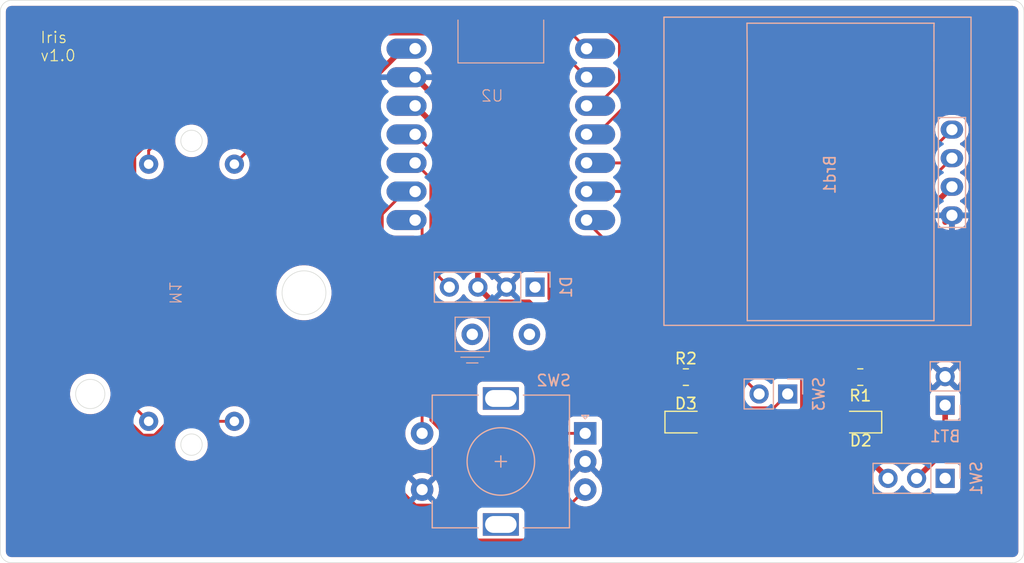
<source format=kicad_pcb>
(kicad_pcb (version 20241229) (generator "pcbnew") (generator_version "9.0")
  (layers (0 "F.Cu" signal) (2 "B.Cu" signal) (13 "F.Paste" user) (15 "B.Paste" user) (5 "F.SilkS" user "F.Silkscreen") (7 "B.SilkS" user "B.Silkscreen") (1 "F.Mask" user) (3 "B.Mask" user) (25 "Edge.Cuts" user))
  (net 0 "")
  (net 1 "Net-(Brd1-SDA)")
  (net 2 "GND")
  (net 3 "+3.3V")
  (net 4 "Net-(Brd1-SCL)")
  (net 6 "Net-(D3-A)")
  (net 7 "Net-(M1--)")
  (net 8 "Net-(SW3-B)")
  (net 10 "Net-(SW3-A)")
  (net 11 "Net-(D1-DIN)")
  (net 12 "Net-(D2-K)")
  (net 13 "Net-(U2-GPIO2_A1_D1)")
  (net 14 "Net-(U2-GPIO3_A2_D2)")
  (net 15 "Net-(U2-GPIO4_A3_D3)")
  (net 16 "Net-(U2-GPIO7_A8_D8_SCK)")
  (net 17 "Net-(U2-GPIO44_D7_RX)")
  (net 18 "Net-(U2-GPIO8_A9_D9_CIPO)")
  (net 21 "/BAT")
  (net 22 "/VCC")
  (footprint "Resistor_SMD:R_0805_2012Metric_Pad1.20x1.40mm_HandSolder" (layer "F.Cu") (at 196.95 80)
    (property "Reference" "R2" (at 0 -1.65 0) (layer "F.SilkS"))
    (property "Value" "85Ω")
    (fp_line (start -0.227064 -0.735) (end 0.227064 -0.735) (stroke (width 0.12)) (layer "F.SilkS"))
    (fp_line (start -0.227064 0.735) (end 0.227064 0.735) (stroke (width 0.12)) (layer "F.SilkS"))
    (pad "1" smd roundrect (at -1 0) (size 1.2 1.4) (layers "F.Cu" "F.Mask" "F.Paste") (roundrect_rratio 0.208333) (net 6 "Net-(D3-A)"))
    (pad "2" smd roundrect (at 1 0) (size 1.2 1.4) (layers "F.Cu" "F.Mask" "F.Paste") (roundrect_rratio 0.208333) (net 10 "Net-(SW3-A)"))
  )
  (footprint "Resistor_SMD:R_0805_2012Metric_Pad1.20x1.40mm_HandSolder" (layer "F.Cu") (at 212.455 80 180)
    (property "Reference" "R1" (at 0 -1.65 0) (layer "F.SilkS"))
    (property "Value" "85Ω")
    (fp_line (start -0.227064 0.735) (end 0.227064 0.735) (stroke (width 0.12)) (layer "F.SilkS"))
    (fp_line (start -0.227064 -0.735) (end 0.227064 -0.735) (stroke (width 0.12)) (layer "F.SilkS"))
    (pad "1" smd roundrect (at -1 0 180) (size 1.2 1.4) (layers "F.Cu" "F.Mask" "F.Paste") (roundrect_rratio 0.208333) (net 12 "Net-(D2-K)"))
    (pad "2" smd roundrect (at 1 0 180) (size 1.2 1.4) (layers "F.Cu" "F.Mask" "F.Paste") (roundrect_rratio 0.208333) (net 2 "GND"))
  )
  (footprint "LED_SMD:LED_0805_2012Metric_Pad1.15x1.40mm_HandSolder" (layer "F.Cu") (at 212.5 84 180)
    (property "Reference" "D2" (at 0 -1.65 0) (layer "F.SilkS"))
    (property "Value" "LED")
    (fp_line (start 1 -0.96) (end -1.86 -0.96) (stroke (width 0.12)) (layer "F.SilkS"))
    (fp_line (start -1.86 0.96) (end 1 0.96) (stroke (width 0.12)) (layer "F.SilkS"))
    (fp_line (start -1.86 -0.96) (end -1.86 0.96) (stroke (width 0.12)) (layer "F.SilkS"))
    (pad "1" smd roundrect (at -1.025 0 180) (size 1.15 1.4) (layers "F.Cu" "F.Mask" "F.Paste") (roundrect_rratio 0.217391) (net 12 "Net-(D2-K)"))
    (pad "2" smd roundrect (at 1.025 0 180) (size 1.15 1.4) (layers "F.Cu" "F.Mask" "F.Paste") (roundrect_rratio 0.217391) (net 22 "/VCC"))
  )
  (footprint "LED_SMD:LED_0805_2012Metric_Pad1.15x1.40mm_HandSolder" (layer "F.Cu") (at 196.95 84)
    (property "Reference" "D3" (at 0 -1.65 0) (layer "F.SilkS"))
    (property "Value" "LED")
    (fp_line (start -1.86 -0.96) (end -1.86 0.96) (stroke (width 0.12)) (layer "F.SilkS"))
    (fp_line (start -1.86 0.96) (end 1 0.96) (stroke (width 0.12)) (layer "F.SilkS"))
    (fp_line (start 1 -0.96) (end -1.86 -0.96) (stroke (width 0.12)) (layer "F.SilkS"))
    (pad "1" smd roundrect (at -1.025 0) (size 1.15 1.4) (layers "F.Cu" "F.Mask" "F.Paste") (roundrect_rratio 0.217391) (net 2 "GND"))
    (pad "2" smd roundrect (at 1.025 0) (size 1.15 1.4) (layers "F.Cu" "F.Mask" "F.Paste") (roundrect_rratio 0.217391) (net 6 "Net-(D3-A)"))
  )
  (footprint "SSD1306:128x64OLED" (layer "B.Cu") (at 210 62 90)
    (property "Reference" "Brd1" (at 0 -0.254 90) (layer "B.SilkS") (effects (justify mirror)))
    (property "Value" "SSD1306")
    (fp_line (start 14 -15) (end -13.4 -15) (stroke (width 0.12)) (layer "B.SilkS"))
    (fp_line (start -13.4 -15) (end -13.4 12.3) (stroke (width 0.12)) (layer "B.SilkS"))
    (fp_line (start 13.462 -7.62) (end 13.462 9.017) (stroke (width 0.12)) (layer "B.SilkS"))
    (fp_line (start 10.122 -7.595) (end 13.462 -7.62) (stroke (width 0.12)) (layer "B.SilkS"))
    (fp_line (start 10.122 -7.595) (end -12.978 -7.595) (stroke (width 0.12)) (layer "B.SilkS"))
    (fp_line (start -12.978 -7.595) (end -12.978 9.005) (stroke (width 0.12)) (layer "B.SilkS"))
    (fp_line (start 10.122 9.005) (end 13.208 9.005) (stroke (width 0.12)) (layer "B.SilkS"))
    (fp_line (start -12.978 9.005) (end 10.122 9.005) (stroke (width 0.12)) (layer "B.SilkS"))
    (fp_line (start 13.462 9.017) (end 13.208 9.005) (stroke (width 0.12)) (layer "B.SilkS"))
    (fp_line (start 5.08 9.398) (end -4.699 9.398) (stroke (width 0.12)) (layer "B.SilkS"))
    (fp_line (start 5.08 11.811) (end 5.08 9.398) (stroke (width 0.12)) (layer "B.SilkS"))
    (fp_line (start -4.699 11.811) (end -4.699 9.398) (stroke (width 0.12)) (layer "B.SilkS"))
    (fp_line (start -4.699 11.811) (end 5.08 11.811) (stroke (width 0.12)) (layer "B.SilkS"))
    (fp_line (start 14 12.3) (end 14 -15) (stroke (width 0.12)) (layer "B.SilkS"))
    (fp_line (start -13.4 12.3) (end 14 12.3) (stroke (width 0.12)) (layer "B.SilkS"))
    (pad "1" thru_hole oval (at -3.62 10.6) (size 2 1.6) (drill 1) (layers "*.Cu" "*.Mask") (net 2 "GND"))
    (pad "2" thru_hole oval (at -1.08 10.6) (size 2 1.6) (drill 1) (layers "*.Cu" "*.Mask") (net 3 "+3.3V"))
    (pad "3" thru_hole oval (at 1.46 10.6) (size 2 1.6) (drill 1) (layers "*.Cu" "*.Mask") (net 4 "Net-(Brd1-SCL)"))
    (pad "4" thru_hole oval (at 4 10.6) (size 2 1.6) (drill 1) (layers "*.Cu" "*.Mask") (net 1 "Net-(Brd1-SDA)"))
  )
  (footprint "Connector_PinSocket_2.54mm:PinSocket_1x02_P2.54mm_Vertical" (layer "B.Cu") (at 220 82.5)
    (property "Reference" "BT1" (at 0 2.77 0) (layer "B.SilkS") (effects (justify mirror)))
    (property "Value" "Battery_Cell")
    (fp_line (start -1.33 -3.87) (end 1.33 -3.87) (stroke (width 0.12)) (layer "B.SilkS"))
    (fp_line (start -1.33 -1.27) (end -1.33 -3.87) (stroke (width 0.12)) (layer "B.SilkS"))
    (fp_line (start -1.33 -1.27) (end 1.33 -1.27) (stroke (width 0.12)) (layer "B.SilkS"))
    (fp_line (start 0 1.33) (end 1.33 1.33) (stroke (width 0.12)) (layer "B.SilkS"))
    (fp_line (start 1.33 -1.27) (end 1.33 -3.87) (stroke (width 0.12)) (layer "B.SilkS"))
    (fp_line (start 1.33 1.33) (end 1.33 0) (stroke (width 0.12)) (layer "B.SilkS"))
    (pad "1" thru_hole rect (at 0 0) (size 1.7 1.7) (drill 1) (layers "*.Cu" "*.Mask") (net 21 "/BAT"))
    (pad "2" thru_hole circle (at 0 -2.54) (size 1.7 1.7) (drill 1) (layers "*.Cu" "*.Mask") (net 2 "GND"))
  )
  (footprint "Rotary_Encoder:RotaryEncoder_Alps_EC11E-Switch_Vertical_H20mm" (layer "B.Cu") (at 188 85 180)
    (property "Reference" "SW2" (at 2.8 4.7 0) (layer "B.SilkS") (effects (justify mirror)))
    (property "Value" "RotaryEncoder_Switch")
    (fp_line (start 13.6 3.4) (end 13.6 1) (stroke (width 0.12)) (layer "B.SilkS"))
    (fp_line (start 13.6 -1.2) (end 13.6 -3.8) (stroke (width 0.12)) (layer "B.SilkS"))
    (fp_line (start 13.6 -6) (end 13.6 -8.4) (stroke (width 0.12)) (layer "B.SilkS"))
    (fp_line (start 13.6 -8.4) (end 9.5 -8.4) (stroke (width 0.12)) (layer "B.SilkS"))
    (fp_line (start 9.5 3.4) (end 13.6 3.4) (stroke (width 0.12)) (layer "B.SilkS"))
    (fp_line (start 7.5 -2) (end 7.5 -3) (stroke (width 0.12)) (layer "B.SilkS"))
    (fp_line (start 7 -2.5) (end 8 -2.5) (stroke (width 0.12)) (layer "B.SilkS"))
    (fp_line (start 5.5 3.4) (end 1.4 3.4) (stroke (width 0.12)) (layer "B.SilkS"))
    (fp_line (start 5.5 -8.4) (end 1.4 -8.4) (stroke (width 0.12)) (layer "B.SilkS"))
    (fp_line (start 1.4 3.4) (end 1.4 -8.4) (stroke (width 0.12)) (layer "B.SilkS"))
    (fp_line (start 0.3 1.6) (end 0 1.3) (stroke (width 0.12)) (layer "B.SilkS"))
    (fp_line (start 0 1.3) (end -0.3 1.6) (stroke (width 0.12)) (layer "B.SilkS"))
    (fp_line (start -0.3 1.6) (end 0.3 1.6) (stroke (width 0.12)) (layer "B.SilkS"))
    (fp_circle (center 7.5 -2.5) (end 10.5 -2.5) (stroke (width 0.12)) (fill no) (layer "B.SilkS"))
    (pad "A" thru_hole rect (at 0 0 180) (size 2 2) (drill 1) (layers "*.Cu" "*.Mask") (net 18 "Net-(U2-GPIO8_A9_D9_CIPO)"))
    (pad "B" thru_hole circle (at 0 -5 180) (size 2 2) (drill 1) (layers "*.Cu" "*.Mask") (net 16 "Net-(U2-GPIO7_A8_D8_SCK)"))
    (pad "C" thru_hole circle (at 0 -2.5 180) (size 2 2) (drill 1) (layers "*.Cu" "*.Mask") (net 2 "GND"))
    (pad "MP" thru_hole rect (at 7.5 -8.1 180) (size 3.2 2) (drill oval 2.8 1.5) (layers "*.Cu" "*.Mask"))
    (pad "MP" thru_hole rect (at 7.5 3.1 180) (size 3.2 2) (drill oval 2.8 1.5) (layers "*.Cu" "*.Mask"))
    (pad "S1" thru_hole circle (at 14.5 -5 180) (size 2 2) (drill 1) (layers "*.Cu" "*.Mask") (net 2 "GND"))
    (pad "S2" thru_hole circle (at 14.5 0 180) (size 2 2) (drill 1) (layers "*.Cu" "*.Mask") (net 17 "Net-(U2-GPIO44_D7_RX)"))
  )
  (footprint "Connector_PinSocket_2.54mm:PinSocket_1x03_P2.54mm_Vertical" (layer "B.Cu") (at 220 89 90)
    (property "Reference" "SW1" (at 0 2.77 90) (layer "B.SilkS") (effects (justify mirror)))
    (property "Value" "SW_SPDT")
    (fp_line (start -1.33 -6.41) (end 1.33 -6.41) (stroke (width 0.12)) (layer "B.SilkS"))
    (fp_line (start 1.33 -1.27) (end 1.33 -6.41) (stroke (width 0.12)) (layer "B.SilkS"))
    (fp_line (start -1.33 -1.27) (end -1.33 -6.41) (stroke (width 0.12)) (layer "B.SilkS"))
    (fp_line (start -1.33 -1.27) (end 1.33 -1.27) (stroke (width 0.12)) (layer "B.SilkS"))
    (fp_line (start 1.33 1.33) (end 1.33 0) (stroke (width 0.12)) (layer "B.SilkS"))
    (fp_line (start 0 1.33) (end 1.33 1.33) (stroke (width 0.12)) (layer "B.SilkS"))
    (pad "1" thru_hole rect (at 0 0 90) (size 1.7 1.7) (drill 1) (layers "*.Cu" "*.Mask"))
    (pad "2" thru_hole circle (at 0 -2.54 90) (size 1.7 1.7) (drill 1) (layers "*.Cu" "*.Mask") (net 21 "/BAT"))
    (pad "3" thru_hole circle (at 0 -5.08 90) (size 1.7 1.7) (drill 1) (layers "*.Cu" "*.Mask") (net 22 "/VCC"))
  )
  (footprint "Connector_PinSocket_2.54mm:PinSocket_1x04_P2.54mm_Vertical" (layer "B.Cu") (at 183.54 72 90)
    (property "Reference" "D1" (at 0 2.77 90) (layer "B.SilkS") (effects (justify mirror)))
    (property "Value" "NeoPixel_THT")
    (fp_line (start -1.33 -8.95) (end 1.33 -8.95) (stroke (width 0.12)) (layer "B.SilkS"))
    (fp_line (start 1.33 -1.27) (end 1.33 -8.95) (stroke (width 0.12)) (layer "B.SilkS"))
    (fp_line (start -1.33 -1.27) (end -1.33 -8.95) (stroke (width 0.12)) (layer "B.SilkS"))
    (fp_line (start -1.33 -1.27) (end 1.33 -1.27) (stroke (width 0.12)) (layer "B.SilkS"))
    (fp_line (start 1.33 1.33) (end 1.33 0) (stroke (width 0.12)) (layer "B.SilkS"))
    (fp_line (start 0 1.33) (end 1.33 1.33) (stroke (width 0.12)) (layer "B.SilkS"))
    (pad "1" thru_hole rect (at 0 0 90) (size 1.7 1.7) (drill 1) (layers "*.Cu" "*.Mask"))
    (pad "2" thru_hole circle (at 0 -2.54 90) (size 1.7 1.7) (drill 1) (layers "*.Cu" "*.Mask") (net 2 "GND"))
    (pad "3" thru_hole circle (at 0 -5.08 90) (size 1.7 1.7) (drill 1) (layers "*.Cu" "*.Mask") (net 3 "+3.3V"))
    (pad "4" thru_hole circle (at 0 -7.62 90) (size 1.7 1.7) (drill 1) (layers "*.Cu" "*.Mask") (net 11 "Net-(D1-DIN)"))
  )
  (footprint "x27_Footprint:x27_stepper" (layer "B.Cu") (at 142.84 69.96 90)
    (property "Reference" "M1" (at -2.54 8.7 270) (layer "B.SilkS") (effects (font (thickness 0.1)) (justify mirror)))
    (property "Value" "Stepper_Motor_bipolar")
    (fp_circle (center -11.54 1.16) (end -10.24 1.16) (stroke (width 0.05)) (fill no) (layer "Edge.Cuts"))
    (fp_circle (center 10.96 10.16) (end 11.91 10.16) (stroke (width 0.05)) (fill no) (layer "Edge.Cuts"))
    (fp_circle (center -16.04 10.16) (end -15.09 10.16) (stroke (width 0.05)) (fill no) (layer "Edge.Cuts"))
    (fp_circle (center -2.54 20.16) (end -0.59 20.16) (stroke (width 0.05)) (fill no) (layer "Edge.Cuts"))
    (pad "1" thru_hole circle (at 8.89 13.97 90) (size 1.7 1.7) (drill 0.85) (layers "*.Cu" "*.Mask") (net 13 "Net-(U2-GPIO2_A1_D1)"))
    (pad "2" thru_hole circle (at 8.89 6.35 90) (size 1.7 1.7) (drill 0.85) (layers "*.Cu" "*.Mask") (net 7 "Net-(M1--)"))
    (pad "3" thru_hole circle (at -13.97 6.35 90) (size 1.7 1.7) (drill 0.85) (layers "*.Cu" "*.Mask") (net 14 "Net-(U2-GPIO3_A2_D2)"))
    (pad "4" thru_hole circle (at -13.97 13.97 90) (size 1.7 1.7) (drill 0.85) (layers "*.Cu" "*.Mask") (net 15 "Net-(U2-GPIO4_A3_D3)"))
  )
  (footprint "Connector_PinSocket_2.54mm:PinSocket_1x02_P2.54mm_Vertical" (layer "B.Cu") (at 206 81.5 90)
    (property "Reference" "SW3" (at 0 2.77 90) (layer "B.SilkS") (effects (justify mirror)))
    (property "Value" "SW_SPST")
    (fp_line (start -1.33 -3.87) (end 1.33 -3.87) (stroke (width 0.12)) (layer "B.SilkS"))
    (fp_line (start 1.33 -1.27) (end 1.33 -3.87) (stroke (width 0.12)) (layer "B.SilkS"))
    (fp_line (start -1.33 -1.27) (end -1.33 -3.87) (stroke (width 0.12)) (layer "B.SilkS"))
    (fp_line (start -1.33 -1.27) (end 1.33 -1.27) (stroke (width 0.12)) (layer "B.SilkS"))
    (fp_line (start 1.33 1.33) (end 1.33 0) (stroke (width 0.12)) (layer "B.SilkS"))
    (fp_line (start 0 1.33) (end 1.33 1.33) (stroke (width 0.12)) (layer "B.SilkS"))
    (pad "1" thru_hole rect (at 0 0 90) (size 1.7 1.7) (drill 1) (layers "*.Cu" "*.Mask") (net 10 "Net-(SW3-A)"))
    (pad "2" thru_hole circle (at 0 -2.54 90) (size 1.7 1.7) (drill 1) (layers "*.Cu" "*.Mask") (net 8 "Net-(SW3-B)"))
  )
  (footprint "GIX_ESP32:XIAO_ESP32" (layer "B.Cu") (at 180.5 58.42 180)
    (property "Reference" "U2" (at 0.77 3.42 0) (layer "B.SilkS") (effects (font (thickness 0.1)) (justify mirror)))
    (property "Value" "xiaoesp32c3")
    (fp_line (start 4.064 -16.256) (end 4.064 -19.304) (stroke (width 0.1)) (layer "B.SilkS"))
    (fp_line (start 4.064 -19.304) (end 1.016 -19.304) (stroke (width 0.1)) (layer "B.SilkS"))
    (fp_line (start 3.81 6.35) (end 3.81 10.16) (stroke (width 0.1)) (layer "B.SilkS"))
    (fp_line (start 2.032 -20.32) (end 3.048 -20.32) (stroke (width 0.1)) (layer "B.SilkS"))
    (fp_line (start 1.524 -19.812) (end 3.556 -19.812) (stroke (width 0.1)) (layer "B.SilkS"))
    (fp_line (start 1.016 -16.256) (end 4.064 -16.256) (stroke (width 0.1)) (layer "B.SilkS"))
    (fp_line (start 1.016 -19.304) (end 1.016 -16.256) (stroke (width 0.1)) (layer "B.SilkS"))
    (fp_line (start -3.81 10.16) (end -3.81 6.35) (stroke (width 0.1)) (layer "B.SilkS"))
    (fp_line (start -3.81 6.35) (end 3.81 6.35) (stroke (width 0.1)) (layer "B.SilkS"))
    (pad "1" thru_hole oval (at -7.62 7.62 180) (size 3.556 1.778) (drill 1.016 (offset -0.762 0)) (layers "*.Cu" "*.Mask") (net 7 "Net-(M1--)"))
    (pad "2" thru_hole oval (at -7.62 5.08 180) (size 3.556 1.778) (drill 1.016 (offset -0.762 0)) (layers "*.Cu" "*.Mask") (net 13 "Net-(U2-GPIO2_A1_D1)"))
    (pad "3" thru_hole oval (at -7.62 2.54 180) (size 3.556 1.778) (drill 1.016 (offset -0.762 0)) (layers "*.Cu" "*.Mask") (net 14 "Net-(U2-GPIO3_A2_D2)"))
    (pad "4" thru_hole oval (at -7.62 0 180) (size 3.556 1.778) (drill 1.016 (offset -0.762 0)) (layers "*.Cu" "*.Mask") (net 15 "Net-(U2-GPIO4_A3_D3)"))
    (pad "5" thru_hole oval (at -7.62 -2.54 180) (size 3.556 1.778) (drill 1.016 (offset -0.762 0)) (layers "*.Cu" "*.Mask") (net 1 "Net-(Brd1-SDA)"))
    (pad "6" thru_hole oval (at -7.62 -5.08 180) (size 3.556 1.778) (drill 1.016 (offset -0.762 0)) (layers "*.Cu" "*.Mask") (net 4 "Net-(Brd1-SCL)"))
    (pad "7" thru_hole oval (at -7.62 -7.62 180) (size 3.556 1.778) (drill 1.016 (offset -0.762 0)) (layers "*.Cu" "*.Mask") (net 8 "Net-(SW3-B)"))
    (pad "8" thru_hole oval (at 7.62 -7.62 180) (size 3.556 1.778) (drill 1.016 (offset 0.762 0)) (layers "*.Cu" "*.Mask") (net 17 "Net-(U2-GPIO44_D7_RX)"))
    (pad "9" thru_hole oval (at 7.62 -5.08 180) (size 3.556 1.778) (drill 1.016 (offset 0.762 0)) (layers "*.Cu" "*.Mask") (net 16 "Net-(U2-GPIO7_A8_D8_SCK)"))
    (pad "10" thru_hole oval (at 7.62 -2.54 180) (size 3.556 1.778) (drill 1.016 (offset 0.762 0)) (layers "*.Cu" "*.Mask") (net 18 "Net-(U2-GPIO8_A9_D9_CIPO)"))
    (pad "11" thru_hole oval (at 7.62 0 180) (size 3.556 1.778) (drill 1.016 (offset 0.762 0)) (layers "*.Cu" "*.Mask") (net 11 "Net-(D1-DIN)"))
    (pad "12" thru_hole oval (at 7.62 2.54 180) (size 3.556 1.778) (drill 1.016 (offset 0.762 0)) (layers "*.Cu" "*.Mask") (net 3 "+3.3V"))
    (pad "13" thru_hole oval (at 7.62 5.08 180) (size 3.556 1.778) (drill 1.016 (offset 0.762 0)) (layers "*.Cu" "*.Mask") (net 2 "GND"))
    (pad "14" thru_hole oval (at 7.62 7.62 180) (size 3.556 1.778) (drill 1.016 (offset 0.762 0)) (layers "*.Cu" "*.Mask") (net 22 "/VCC"))
    (pad "15" thru_hole circle (at -2.54 -17.78 180) (size 1.905 1.905) (drill 1.016) (layers "*.Cu" "*.Mask"))
    (pad "16" thru_hole circle (at 2.54 -17.78 180) (size 1.905 1.905) (drill 1.016) (layers "*.Cu" "*.Mask"))
  )
  (gr_line (start 226 96.5) (end 137 96.5) (stroke (width 0.05)) (layer "Edge.Cuts"))
  (gr_arc (start 227 95.5) (mid 226.707107 96.207107) (end 226 96.5) (stroke (width 0.05)) (layer "Edge.Cuts"))
  (gr_arc (start 137 96.5) (mid 136.292893 96.207107) (end 136 95.5) (stroke (width 0.05)) (layer "Edge.Cuts"))
  (gr_arc (start 136 47.5) (mid 136.292893 46.792893) (end 137 46.5) (stroke (width 0.05)) (layer "Edge.Cuts"))
  (gr_line (start 227 47.5) (end 227 95.5) (stroke (width 0.05)) (layer "Edge.Cuts"))
  (gr_line (start 137 46.5) (end 226 46.5) (stroke (width 0.05)) (layer "Edge.Cuts"))
  (gr_line (start 136 95.5) (end 136 47.5) (stroke (width 0.05)) (layer "Edge.Cuts"))
  (gr_arc (start 226 46.5) (mid 226.707107 46.792893) (end 227 47.5) (stroke (width 0.05)) (layer "Edge.Cuts"))
  (gr_text "Iris\nv1.0" (at 139.5 52 0) (layer "F.SilkS") (effects (font (size 1 1) (thickness 0.1)) (justify left bottom)))
  (segment (start 217.64 60.96) (end 220.6 58) (width 0.254) (layer "F.Cu") (net 1))
  (segment (start 188.12 60.96) (end 217.64 60.96) (width 0.254) (layer "F.Cu") (net 1))
  (segment (start 184.895 72.97) (end 184.895 65.355) (width 0.5) (layer "F.Cu") (net 2))
  (segment (start 220 66.22) (end 220.6 65.62) (width 0.5) (layer "F.Cu") (net 2))
  (segment (start 195.925 84) (end 184.895 72.97) (width 0.5) (layer "F.Cu") (net 2))
  (segment (start 184.895 65.355) (end 172.88 53.34) (width 0.5) (layer "F.Cu") (net 2))
  (segment (start 194.85 85.205) (end 183 73.355) (width 0.5) (layer "F.Cu") (net 3))
  (segment (start 205.005 85.205) (end 194.85 85.205) (width 0.5) (layer "F.Cu") (net 3))
  (segment (start 220.6 63.08) (end 207.355 76.325) (width 0.5) (layer "F.Cu") (net 3))
  (segment (start 207.355 82.855) (end 205.005 85.205) (width 0.5) (layer "F.Cu") (net 3))
  (segment (start 178.46 61.46) (end 178.46 72) (width 0.5) (layer "F.Cu") (net 3))
  (segment (start 183 73.355) (end 179.815 73.355) (width 0.5) (layer "F.Cu") (net 3))
  (segment (start 179.815 73.355) (end 178.46 72) (width 0.5) (layer "F.Cu") (net 3))
  (segment (start 172.88 55.88) (end 178.46 61.46) (width 0.5) (layer "F.Cu") (net 3))
  (segment (start 207.355 76.325) (end 207.355 82.855) (width 0.5) (layer "F.Cu") (net 3))
  (segment (start 217.64 63.5) (end 220.6 60.54) (width 0.254) (layer "F.Cu") (net 4))
  (segment (start 188.12 63.5) (end 217.64 63.5) (width 0.254) (layer "F.Cu") (net 4))
  (segment (start 195.95 80) (end 195.95 81.975) (width 0.254) (layer "F.Cu") (net 6))
  (segment (start 195.95 81.975) (end 197.975 84) (width 0.254) (layer "F.Cu") (net 6))
  (segment (start 186.311 48.991) (end 188.12 50.8) (width 0.254) (layer "F.Cu") (net 7))
  (segment (start 160.066919 48.991) (end 186.311 48.991) (width 0.254) (layer "F.Cu") (net 7))
  (segment (start 149.19 61.07) (end 149.19 59.867919) (width 0.254) (layer "F.Cu") (net 7))
  (segment (start 149.19 59.867919) (end 160.066919 48.991) (width 0.254) (layer "F.Cu") (net 7))
  (segment (start 188.12 66.16) (end 203.46 81.5) (width 0.254) (layer "F.Cu") (net 8))
  (segment (start 188.12 66.04) (end 188.12 66.16) (width 0.254) (layer "F.Cu") (net 8))
  (segment (start 200.682 82.732) (end 204.768 82.732) (width 0.254) (layer "F.Cu") (net 10))
  (segment (start 197.95 80) (end 200.682 82.732) (width 0.254) (layer "F.Cu") (net 10))
  (segment (start 204.768 82.732) (end 206 81.5) (width 0.254) (layer "F.Cu") (net 10))
  (segment (start 175 60.54) (end 175 71.08) (width 0.254) (layer "F.Cu") (net 11))
  (segment (start 172.88 58.42) (end 175 60.54) (width 0.254) (layer "F.Cu") (net 11))
  (segment (start 175 71.08) (end 175.92 72) (width 0.254) (layer "F.Cu") (net 11))
  (segment (start 213.455 83.93) (end 213.525 84) (width 0.254) (layer "F.Cu") (net 12))
  (segment (start 213.455 80) (end 213.455 83.93) (width 0.254) (layer "F.Cu") (net 12))
  (segment (start 184.28 49.5) (end 188.12 53.34) (width 0.254) (layer "F.Cu") (net 13))
  (segment (start 168.38 49.5) (end 184.28 49.5) (width 0.254) (layer "F.Cu") (net 13))
  (segment (start 156.81 61.07) (end 168.38 49.5) (width 0.254) (layer "F.Cu") (net 13))
  (segment (start 189.028465 55.88) (end 188.12 55.88) (width 0.254) (layer "F.Cu") (net 14))
  (segment (start 149.19 83.93) (end 147.958 82.698) (width 0.254) (layer "F.Cu") (net 14))
  (segment (start 147.958 82.698) (end 147.958 60.380084) (width 0.254) (layer "F.Cu") (net 14))
  (segment (start 191.042 53.866465) (end 189.028465 55.88) (width 0.254) (layer "F.Cu") (net 14))
  (segment (start 159.856085 48.482) (end 189.250465 48.482) (width 0.254) (layer "F.Cu") (net 14))
  (segment (start 147.958 60.380084) (end 159.856085 48.482) (width 0.254) (layer "F.Cu") (net 14))
  (segment (start 191.042 50.273535) (end 191.042 53.866465) (width 0.254) (layer "F.Cu") (net 14))
  (segment (start 189.250465 48.482) (end 191.042 50.273535) (width 0.254) (layer "F.Cu") (net 14))
  (segment (start 147.449 60.051) (end 159.527 47.973) (width 0.254) (layer "F.Cu") (net 15))
  (segment (start 189.028465 58.42) (end 188.12 58.42) (width 0.254) (layer "F.Cu") (net 15))
  (segment (start 189.4613 47.973) (end 191.551 50.062701) (width 0.254) (layer "F.Cu") (net 15))
  (segment (start 191.551 50.062701) (end 191.551 55.897465) (width 0.254) (layer "F.Cu") (net 15))
  (segment (start 191.551 55.897465) (end 189.028465 58.42) (width 0.254) (layer "F.Cu") (net 15))
  (segment (start 147.449 83.931312) (end 147.449 60.051) (width 0.254) (layer "F.Cu") (net 15))
  (segment (start 156.81 83.93) (end 150.932312 83.93) (width 0.254) (layer "F.Cu") (net 15))
  (segment (start 148.679688 85.162) (end 147.449 83.931312) (width 0.254) (layer "F.Cu") (net 15))
  (segment (start 159.527 47.973) (end 189.4613 47.973) (width 0.254) (layer "F.Cu") (net 15))
  (segment (start 149.700312 85.162) (end 148.679688 85.162) (width 0.254) (layer "F.Cu") (net 15))
  (segment (start 150.932312 83.93) (end 149.700312 85.162) (width 0.254) (layer "F.Cu") (net 15))
  (segment (start 172.927556 91.382) (end 169.958 88.412444) (width 0.254) (layer "F.Cu") (net 16))
  (segment (start 186.618 91.382) (end 172.927556 91.382) (width 0.254) (layer "F.Cu") (net 16))
  (segment (start 188 90) (end 186.618 91.382) (width 0.254) (layer "F.Cu") (net 16))
  (segment (start 169.958 65.513535) (end 171.971535 63.5) (width 0.254) (layer "F.Cu") (net 16))
  (segment (start 169.958 88.412444) (end 169.958 65.513535) (width 0.254) (layer "F.Cu") (net 16))
  (segment (start 171.971535 63.5) (end 172.88 63.5) (width 0.254) (layer "F.Cu") (net 16))
  (segment (start 173.5 85) (end 173.5 66.66) (width 0.254) (layer "F.Cu") (net 17))
  (segment (start 173.5 66.66) (end 172.88 66.04) (width 0.254) (layer "F.Cu") (net 17))
  (segment (start 175.454444 85) (end 174.278 83.823556) (width 0.254) (layer "F.Cu") (net 18))
  (segment (start 174.278 62.358) (end 172.88 60.96) (width 0.254) (layer "F.Cu") (net 18))
  (segment (start 188 85) (end 175.454444 85) (width 0.254) (layer "F.Cu") (net 18))
  (segment (start 174.278 83.823556) (end 174.278 62.358) (width 0.254) (layer "F.Cu") (net 18))
  (segment (start 220 86.46) (end 220 82.5) (width 0.5) (layer "F.Cu") (net 21))
  (segment (start 217.46 89) (end 220 86.46) (width 0.5) (layer "F.Cu") (net 21))
  (segment (start 169.326 53.271586) (end 171.797586 50.8) (width 0.5) (layer "F.Cu") (net 22))
  (segment (start 175.256774 94.605) (end 169.326 88.674226) (width 0.5) (layer "F.Cu") (net 22))
  (segment (start 169.326 88.674226) (end 169.326 53.271586) (width 0.5) (layer "F.Cu") (net 22))
  (segment (start 211.475 84) (end 200.87 94.605) (width 0.5) (layer "F.Cu") (net 22))
  (segment (start 171.797586 50.8) (end 172.88 50.8) (width 0.5) (layer "F.Cu") (net 22))
  (segment (start 211.475 85.555) (end 214.92 89) (width 0.5) (layer "F.Cu") (net 22))
  (segment (start 211.475 84) (end 211.475 85.555) (width 0.5) (layer "F.Cu") (net 22))
  (segment (start 200.87 94.605) (end 175.256774 94.605) (width 0.5) (layer "F.Cu") (net 22))
  (zone (net 2) (net_name "GND") (layers "F.Cu" "B.Cu") (connect_pads (clearance 0.5)) (min_thickness 0.25) (fill yes (thermal_gap 0.5) (thermal_bridge_width 0.5))
    (polygon (pts (xy 136 46.5) (xy 227 46.5) (xy 227 96.5) (xy 136 96.5)))
  )
)
</source>
